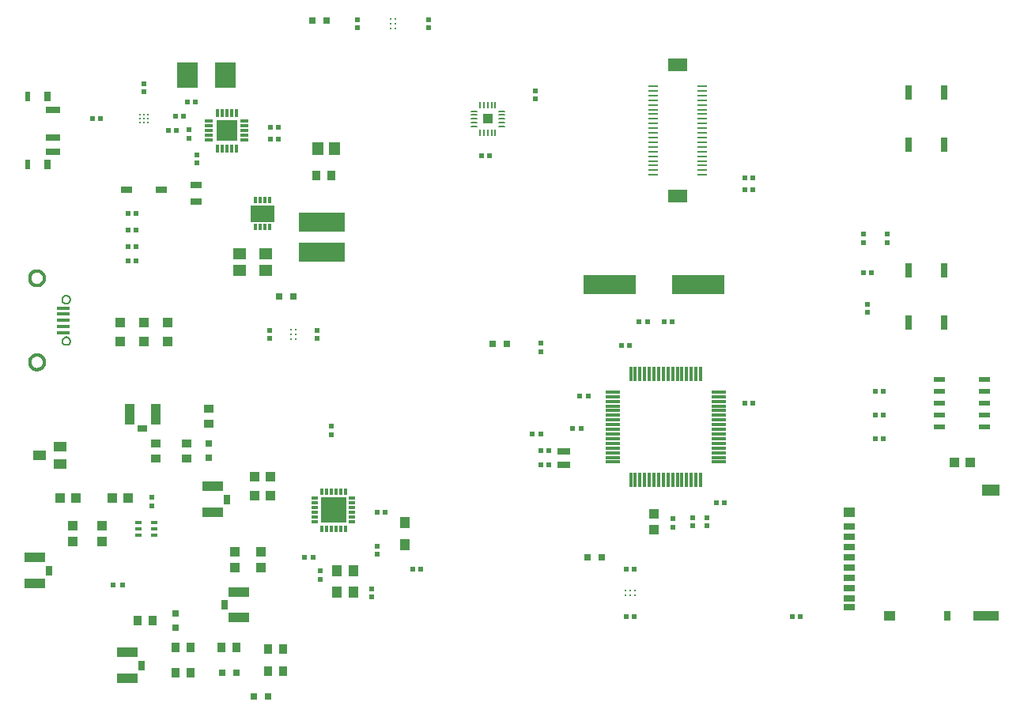
<source format=gbr>
G04 EAGLE Gerber RS-274X export*
G75*
%MOMM*%
%FSLAX34Y34*%
%LPD*%
%INSolderpaste Top*%
%IPPOS*%
%AMOC8*
5,1,8,0,0,1.08239X$1,22.5*%
G01*
%ADD10R,1.500000X0.300000*%
%ADD11R,0.300000X1.500000*%
%ADD12C,0.325000*%
%ADD13C,0.200000*%
%ADD14R,1.350000X0.400000*%
%ADD15R,1.000000X1.000000*%
%ADD16R,2.286000X2.794000*%
%ADD17R,1.200000X0.700000*%
%ADD18R,1.200000X0.800000*%
%ADD19R,0.812800X0.304800*%
%ADD20R,0.304800X0.812800*%
%ADD21R,2.200000X2.200000*%
%ADD22R,0.500000X0.500000*%
%ADD23R,0.620000X0.620000*%
%ADD24R,1.200000X1.000000*%
%ADD25R,0.800000X1.000000*%
%ADD26R,2.800000X1.000000*%
%ADD27R,1.900000X1.300000*%
%ADD28R,0.762000X1.524000*%
%ADD29R,2.700000X2.700000*%
%ADD30R,0.300000X0.800000*%
%ADD31R,0.800000X0.300000*%
%ADD32R,0.700000X0.400000*%
%ADD33R,2.200000X1.050000*%
%ADD34R,1.400000X1.000000*%
%ADD35R,5.600000X2.100000*%
%ADD36R,1.270000X0.508000*%
%ADD37R,1.000000X1.100000*%
%ADD38C,0.240031*%
%ADD39C,0.254000*%
%ADD40R,1.100000X1.000000*%
%ADD41R,0.800000X0.800000*%
%ADD42R,1.140000X1.140000*%
%ADD43R,1.000000X0.250000*%
%ADD44R,2.100000X1.400000*%
%ADD45R,1.100000X1.300000*%
%ADD46R,1.400000X0.750000*%
%ADD47R,1.050000X2.200000*%
%ADD48R,1.000000X0.800000*%
%ADD49R,1.500000X0.700000*%
%ADD50R,0.600000X1.000000*%
%ADD51R,1.150000X1.450000*%
%ADD52R,0.950000X1.000000*%
%ADD53R,0.304800X0.787400*%
%ADD54R,5.000000X2.100000*%
%ADD55R,1.450000X1.150000*%
%ADD56R,1.000000X1.150000*%
%ADD57R,1.000000X0.950000*%

G36*
X279148Y524512D02*
X279148Y524512D01*
X279150Y524511D01*
X279193Y524531D01*
X279237Y524549D01*
X279237Y524551D01*
X279239Y524552D01*
X279272Y524637D01*
X279272Y542163D01*
X279271Y542165D01*
X279272Y542167D01*
X279252Y542210D01*
X279234Y542254D01*
X279232Y542254D01*
X279231Y542256D01*
X279146Y542289D01*
X254254Y542289D01*
X254252Y542288D01*
X254250Y542289D01*
X254207Y542269D01*
X254163Y542251D01*
X254163Y542249D01*
X254161Y542248D01*
X254128Y542163D01*
X254128Y524637D01*
X254129Y524635D01*
X254128Y524633D01*
X254148Y524590D01*
X254166Y524546D01*
X254168Y524546D01*
X254169Y524544D01*
X254254Y524511D01*
X279146Y524511D01*
X279148Y524512D01*
G37*
D10*
X641500Y342300D03*
X641500Y337300D03*
X641500Y332300D03*
X641500Y327300D03*
X641500Y322300D03*
X641500Y317300D03*
X641500Y312300D03*
X641500Y307300D03*
X641500Y302300D03*
X641500Y297300D03*
X641500Y292300D03*
X641500Y287300D03*
X641500Y282300D03*
X641500Y277300D03*
X641500Y272300D03*
X641500Y267300D03*
D11*
X661000Y247800D03*
X666000Y247800D03*
X671000Y247800D03*
X676000Y247800D03*
X681000Y247800D03*
X686000Y247800D03*
X691000Y247800D03*
X696000Y247800D03*
X701000Y247800D03*
X706000Y247800D03*
X711000Y247800D03*
X716000Y247800D03*
X721000Y247800D03*
X726000Y247800D03*
X731000Y247800D03*
X736000Y247800D03*
D10*
X755500Y267300D03*
X755500Y272300D03*
X755500Y277300D03*
X755500Y282300D03*
X755500Y287300D03*
X755500Y292300D03*
X755500Y297300D03*
X755500Y302300D03*
X755500Y307300D03*
X755500Y312300D03*
X755500Y317300D03*
X755500Y322300D03*
X755500Y327300D03*
X755500Y332300D03*
X755500Y337300D03*
X755500Y342300D03*
D11*
X736000Y361800D03*
X731000Y361800D03*
X726000Y361800D03*
X721000Y361800D03*
X716000Y361800D03*
X711000Y361800D03*
X706000Y361800D03*
X701000Y361800D03*
X696000Y361800D03*
X691000Y361800D03*
X686000Y361800D03*
X681000Y361800D03*
X676000Y361800D03*
X671000Y361800D03*
X666000Y361800D03*
X661000Y361800D03*
D12*
X17525Y464100D02*
X17527Y464293D01*
X17534Y464486D01*
X17546Y464679D01*
X17563Y464872D01*
X17584Y465064D01*
X17610Y465256D01*
X17641Y465446D01*
X17676Y465636D01*
X17716Y465825D01*
X17761Y466013D01*
X17810Y466200D01*
X17864Y466386D01*
X17922Y466570D01*
X17985Y466753D01*
X18053Y466934D01*
X18124Y467114D01*
X18201Y467291D01*
X18281Y467467D01*
X18366Y467641D01*
X18455Y467812D01*
X18548Y467982D01*
X18645Y468149D01*
X18747Y468313D01*
X18852Y468475D01*
X18962Y468634D01*
X19075Y468791D01*
X19192Y468945D01*
X19313Y469096D01*
X19437Y469244D01*
X19565Y469389D01*
X19697Y469530D01*
X19832Y469668D01*
X19970Y469803D01*
X20111Y469935D01*
X20256Y470063D01*
X20404Y470187D01*
X20555Y470308D01*
X20709Y470425D01*
X20866Y470538D01*
X21025Y470648D01*
X21187Y470753D01*
X21351Y470855D01*
X21518Y470952D01*
X21688Y471045D01*
X21859Y471134D01*
X22033Y471219D01*
X22209Y471299D01*
X22386Y471376D01*
X22566Y471447D01*
X22747Y471515D01*
X22930Y471578D01*
X23114Y471636D01*
X23300Y471690D01*
X23487Y471739D01*
X23675Y471784D01*
X23864Y471824D01*
X24054Y471859D01*
X24244Y471890D01*
X24436Y471916D01*
X24628Y471937D01*
X24821Y471954D01*
X25014Y471966D01*
X25207Y471973D01*
X25400Y471975D01*
X25593Y471973D01*
X25786Y471966D01*
X25979Y471954D01*
X26172Y471937D01*
X26364Y471916D01*
X26556Y471890D01*
X26746Y471859D01*
X26936Y471824D01*
X27125Y471784D01*
X27313Y471739D01*
X27500Y471690D01*
X27686Y471636D01*
X27870Y471578D01*
X28053Y471515D01*
X28234Y471447D01*
X28414Y471376D01*
X28591Y471299D01*
X28767Y471219D01*
X28941Y471134D01*
X29112Y471045D01*
X29282Y470952D01*
X29449Y470855D01*
X29613Y470753D01*
X29775Y470648D01*
X29934Y470538D01*
X30091Y470425D01*
X30245Y470308D01*
X30396Y470187D01*
X30544Y470063D01*
X30689Y469935D01*
X30830Y469803D01*
X30968Y469668D01*
X31103Y469530D01*
X31235Y469389D01*
X31363Y469244D01*
X31487Y469096D01*
X31608Y468945D01*
X31725Y468791D01*
X31838Y468634D01*
X31948Y468475D01*
X32053Y468313D01*
X32155Y468149D01*
X32252Y467982D01*
X32345Y467812D01*
X32434Y467641D01*
X32519Y467467D01*
X32599Y467291D01*
X32676Y467114D01*
X32747Y466934D01*
X32815Y466753D01*
X32878Y466570D01*
X32936Y466386D01*
X32990Y466200D01*
X33039Y466013D01*
X33084Y465825D01*
X33124Y465636D01*
X33159Y465446D01*
X33190Y465256D01*
X33216Y465064D01*
X33237Y464872D01*
X33254Y464679D01*
X33266Y464486D01*
X33273Y464293D01*
X33275Y464100D01*
X33273Y463907D01*
X33266Y463714D01*
X33254Y463521D01*
X33237Y463328D01*
X33216Y463136D01*
X33190Y462944D01*
X33159Y462754D01*
X33124Y462564D01*
X33084Y462375D01*
X33039Y462187D01*
X32990Y462000D01*
X32936Y461814D01*
X32878Y461630D01*
X32815Y461447D01*
X32747Y461266D01*
X32676Y461086D01*
X32599Y460909D01*
X32519Y460733D01*
X32434Y460559D01*
X32345Y460388D01*
X32252Y460218D01*
X32155Y460051D01*
X32053Y459887D01*
X31948Y459725D01*
X31838Y459566D01*
X31725Y459409D01*
X31608Y459255D01*
X31487Y459104D01*
X31363Y458956D01*
X31235Y458811D01*
X31103Y458670D01*
X30968Y458532D01*
X30830Y458397D01*
X30689Y458265D01*
X30544Y458137D01*
X30396Y458013D01*
X30245Y457892D01*
X30091Y457775D01*
X29934Y457662D01*
X29775Y457552D01*
X29613Y457447D01*
X29449Y457345D01*
X29282Y457248D01*
X29112Y457155D01*
X28941Y457066D01*
X28767Y456981D01*
X28591Y456901D01*
X28414Y456824D01*
X28234Y456753D01*
X28053Y456685D01*
X27870Y456622D01*
X27686Y456564D01*
X27500Y456510D01*
X27313Y456461D01*
X27125Y456416D01*
X26936Y456376D01*
X26746Y456341D01*
X26556Y456310D01*
X26364Y456284D01*
X26172Y456263D01*
X25979Y456246D01*
X25786Y456234D01*
X25593Y456227D01*
X25400Y456225D01*
X25207Y456227D01*
X25014Y456234D01*
X24821Y456246D01*
X24628Y456263D01*
X24436Y456284D01*
X24244Y456310D01*
X24054Y456341D01*
X23864Y456376D01*
X23675Y456416D01*
X23487Y456461D01*
X23300Y456510D01*
X23114Y456564D01*
X22930Y456622D01*
X22747Y456685D01*
X22566Y456753D01*
X22386Y456824D01*
X22209Y456901D01*
X22033Y456981D01*
X21859Y457066D01*
X21688Y457155D01*
X21518Y457248D01*
X21351Y457345D01*
X21187Y457447D01*
X21025Y457552D01*
X20866Y457662D01*
X20709Y457775D01*
X20555Y457892D01*
X20404Y458013D01*
X20256Y458137D01*
X20111Y458265D01*
X19970Y458397D01*
X19832Y458532D01*
X19697Y458670D01*
X19565Y458811D01*
X19437Y458956D01*
X19313Y459104D01*
X19192Y459255D01*
X19075Y459409D01*
X18962Y459566D01*
X18852Y459725D01*
X18747Y459887D01*
X18645Y460051D01*
X18548Y460218D01*
X18455Y460388D01*
X18366Y460559D01*
X18281Y460733D01*
X18201Y460909D01*
X18124Y461086D01*
X18053Y461266D01*
X17985Y461447D01*
X17922Y461630D01*
X17864Y461814D01*
X17810Y462000D01*
X17761Y462187D01*
X17716Y462375D01*
X17676Y462564D01*
X17641Y462754D01*
X17610Y462944D01*
X17584Y463136D01*
X17563Y463328D01*
X17546Y463521D01*
X17534Y463714D01*
X17527Y463907D01*
X17525Y464100D01*
X17525Y374100D02*
X17527Y374293D01*
X17534Y374486D01*
X17546Y374679D01*
X17563Y374872D01*
X17584Y375064D01*
X17610Y375256D01*
X17641Y375446D01*
X17676Y375636D01*
X17716Y375825D01*
X17761Y376013D01*
X17810Y376200D01*
X17864Y376386D01*
X17922Y376570D01*
X17985Y376753D01*
X18053Y376934D01*
X18124Y377114D01*
X18201Y377291D01*
X18281Y377467D01*
X18366Y377641D01*
X18455Y377812D01*
X18548Y377982D01*
X18645Y378149D01*
X18747Y378313D01*
X18852Y378475D01*
X18962Y378634D01*
X19075Y378791D01*
X19192Y378945D01*
X19313Y379096D01*
X19437Y379244D01*
X19565Y379389D01*
X19697Y379530D01*
X19832Y379668D01*
X19970Y379803D01*
X20111Y379935D01*
X20256Y380063D01*
X20404Y380187D01*
X20555Y380308D01*
X20709Y380425D01*
X20866Y380538D01*
X21025Y380648D01*
X21187Y380753D01*
X21351Y380855D01*
X21518Y380952D01*
X21688Y381045D01*
X21859Y381134D01*
X22033Y381219D01*
X22209Y381299D01*
X22386Y381376D01*
X22566Y381447D01*
X22747Y381515D01*
X22930Y381578D01*
X23114Y381636D01*
X23300Y381690D01*
X23487Y381739D01*
X23675Y381784D01*
X23864Y381824D01*
X24054Y381859D01*
X24244Y381890D01*
X24436Y381916D01*
X24628Y381937D01*
X24821Y381954D01*
X25014Y381966D01*
X25207Y381973D01*
X25400Y381975D01*
X25593Y381973D01*
X25786Y381966D01*
X25979Y381954D01*
X26172Y381937D01*
X26364Y381916D01*
X26556Y381890D01*
X26746Y381859D01*
X26936Y381824D01*
X27125Y381784D01*
X27313Y381739D01*
X27500Y381690D01*
X27686Y381636D01*
X27870Y381578D01*
X28053Y381515D01*
X28234Y381447D01*
X28414Y381376D01*
X28591Y381299D01*
X28767Y381219D01*
X28941Y381134D01*
X29112Y381045D01*
X29282Y380952D01*
X29449Y380855D01*
X29613Y380753D01*
X29775Y380648D01*
X29934Y380538D01*
X30091Y380425D01*
X30245Y380308D01*
X30396Y380187D01*
X30544Y380063D01*
X30689Y379935D01*
X30830Y379803D01*
X30968Y379668D01*
X31103Y379530D01*
X31235Y379389D01*
X31363Y379244D01*
X31487Y379096D01*
X31608Y378945D01*
X31725Y378791D01*
X31838Y378634D01*
X31948Y378475D01*
X32053Y378313D01*
X32155Y378149D01*
X32252Y377982D01*
X32345Y377812D01*
X32434Y377641D01*
X32519Y377467D01*
X32599Y377291D01*
X32676Y377114D01*
X32747Y376934D01*
X32815Y376753D01*
X32878Y376570D01*
X32936Y376386D01*
X32990Y376200D01*
X33039Y376013D01*
X33084Y375825D01*
X33124Y375636D01*
X33159Y375446D01*
X33190Y375256D01*
X33216Y375064D01*
X33237Y374872D01*
X33254Y374679D01*
X33266Y374486D01*
X33273Y374293D01*
X33275Y374100D01*
X33273Y373907D01*
X33266Y373714D01*
X33254Y373521D01*
X33237Y373328D01*
X33216Y373136D01*
X33190Y372944D01*
X33159Y372754D01*
X33124Y372564D01*
X33084Y372375D01*
X33039Y372187D01*
X32990Y372000D01*
X32936Y371814D01*
X32878Y371630D01*
X32815Y371447D01*
X32747Y371266D01*
X32676Y371086D01*
X32599Y370909D01*
X32519Y370733D01*
X32434Y370559D01*
X32345Y370388D01*
X32252Y370218D01*
X32155Y370051D01*
X32053Y369887D01*
X31948Y369725D01*
X31838Y369566D01*
X31725Y369409D01*
X31608Y369255D01*
X31487Y369104D01*
X31363Y368956D01*
X31235Y368811D01*
X31103Y368670D01*
X30968Y368532D01*
X30830Y368397D01*
X30689Y368265D01*
X30544Y368137D01*
X30396Y368013D01*
X30245Y367892D01*
X30091Y367775D01*
X29934Y367662D01*
X29775Y367552D01*
X29613Y367447D01*
X29449Y367345D01*
X29282Y367248D01*
X29112Y367155D01*
X28941Y367066D01*
X28767Y366981D01*
X28591Y366901D01*
X28414Y366824D01*
X28234Y366753D01*
X28053Y366685D01*
X27870Y366622D01*
X27686Y366564D01*
X27500Y366510D01*
X27313Y366461D01*
X27125Y366416D01*
X26936Y366376D01*
X26746Y366341D01*
X26556Y366310D01*
X26364Y366284D01*
X26172Y366263D01*
X25979Y366246D01*
X25786Y366234D01*
X25593Y366227D01*
X25400Y366225D01*
X25207Y366227D01*
X25014Y366234D01*
X24821Y366246D01*
X24628Y366263D01*
X24436Y366284D01*
X24244Y366310D01*
X24054Y366341D01*
X23864Y366376D01*
X23675Y366416D01*
X23487Y366461D01*
X23300Y366510D01*
X23114Y366564D01*
X22930Y366622D01*
X22747Y366685D01*
X22566Y366753D01*
X22386Y366824D01*
X22209Y366901D01*
X22033Y366981D01*
X21859Y367066D01*
X21688Y367155D01*
X21518Y367248D01*
X21351Y367345D01*
X21187Y367447D01*
X21025Y367552D01*
X20866Y367662D01*
X20709Y367775D01*
X20555Y367892D01*
X20404Y368013D01*
X20256Y368137D01*
X20111Y368265D01*
X19970Y368397D01*
X19832Y368532D01*
X19697Y368670D01*
X19565Y368811D01*
X19437Y368956D01*
X19313Y369104D01*
X19192Y369255D01*
X19075Y369409D01*
X18962Y369566D01*
X18852Y369725D01*
X18747Y369887D01*
X18645Y370051D01*
X18548Y370218D01*
X18455Y370388D01*
X18366Y370559D01*
X18281Y370733D01*
X18201Y370909D01*
X18124Y371086D01*
X18053Y371266D01*
X17985Y371447D01*
X17922Y371630D01*
X17864Y371814D01*
X17810Y372000D01*
X17761Y372187D01*
X17716Y372375D01*
X17676Y372564D01*
X17641Y372754D01*
X17610Y372944D01*
X17584Y373136D01*
X17563Y373328D01*
X17546Y373521D01*
X17534Y373714D01*
X17527Y373907D01*
X17525Y374100D01*
D13*
X52400Y441350D02*
X52402Y441480D01*
X52408Y441610D01*
X52418Y441740D01*
X52432Y441870D01*
X52450Y441999D01*
X52472Y442127D01*
X52497Y442255D01*
X52527Y442382D01*
X52561Y442508D01*
X52598Y442632D01*
X52639Y442756D01*
X52684Y442878D01*
X52733Y442999D01*
X52785Y443118D01*
X52841Y443236D01*
X52901Y443352D01*
X52964Y443466D01*
X53031Y443578D01*
X53101Y443687D01*
X53174Y443795D01*
X53250Y443900D01*
X53330Y444003D01*
X53413Y444104D01*
X53499Y444202D01*
X53588Y444297D01*
X53680Y444390D01*
X53774Y444479D01*
X53871Y444566D01*
X53971Y444649D01*
X54074Y444730D01*
X54178Y444807D01*
X54285Y444881D01*
X54395Y444952D01*
X54506Y445020D01*
X54620Y445084D01*
X54735Y445144D01*
X54852Y445201D01*
X54971Y445254D01*
X55092Y445304D01*
X55213Y445350D01*
X55337Y445392D01*
X55461Y445430D01*
X55587Y445465D01*
X55713Y445496D01*
X55841Y445522D01*
X55969Y445545D01*
X56098Y445564D01*
X56227Y445579D01*
X56357Y445590D01*
X56487Y445597D01*
X56617Y445600D01*
X56748Y445599D01*
X56878Y445594D01*
X57008Y445585D01*
X57137Y445572D01*
X57267Y445555D01*
X57395Y445534D01*
X57523Y445509D01*
X57650Y445481D01*
X57776Y445448D01*
X57901Y445412D01*
X58025Y445371D01*
X58148Y445327D01*
X58269Y445280D01*
X58389Y445228D01*
X58507Y445173D01*
X58623Y445114D01*
X58737Y445052D01*
X58850Y444986D01*
X58960Y444917D01*
X59068Y444845D01*
X59174Y444769D01*
X59278Y444690D01*
X59379Y444608D01*
X59478Y444523D01*
X59574Y444435D01*
X59667Y444344D01*
X59757Y444250D01*
X59844Y444153D01*
X59929Y444054D01*
X60010Y443952D01*
X60088Y443848D01*
X60163Y443742D01*
X60235Y443633D01*
X60303Y443522D01*
X60368Y443409D01*
X60429Y443294D01*
X60487Y443177D01*
X60541Y443059D01*
X60592Y442939D01*
X60639Y442817D01*
X60682Y442694D01*
X60721Y442570D01*
X60757Y442445D01*
X60788Y442318D01*
X60816Y442191D01*
X60840Y442063D01*
X60860Y441934D01*
X60876Y441805D01*
X60888Y441675D01*
X60896Y441545D01*
X60900Y441415D01*
X60900Y441285D01*
X60896Y441155D01*
X60888Y441025D01*
X60876Y440895D01*
X60860Y440766D01*
X60840Y440637D01*
X60816Y440509D01*
X60788Y440382D01*
X60757Y440255D01*
X60721Y440130D01*
X60682Y440006D01*
X60639Y439883D01*
X60592Y439761D01*
X60541Y439641D01*
X60487Y439523D01*
X60429Y439406D01*
X60368Y439291D01*
X60303Y439178D01*
X60235Y439067D01*
X60163Y438958D01*
X60088Y438852D01*
X60010Y438748D01*
X59929Y438646D01*
X59844Y438547D01*
X59757Y438450D01*
X59667Y438356D01*
X59574Y438265D01*
X59478Y438177D01*
X59379Y438092D01*
X59278Y438010D01*
X59174Y437931D01*
X59068Y437855D01*
X58960Y437783D01*
X58850Y437714D01*
X58737Y437648D01*
X58623Y437586D01*
X58507Y437527D01*
X58389Y437472D01*
X58269Y437420D01*
X58148Y437373D01*
X58025Y437329D01*
X57901Y437288D01*
X57776Y437252D01*
X57650Y437219D01*
X57523Y437191D01*
X57395Y437166D01*
X57267Y437145D01*
X57137Y437128D01*
X57008Y437115D01*
X56878Y437106D01*
X56748Y437101D01*
X56617Y437100D01*
X56487Y437103D01*
X56357Y437110D01*
X56227Y437121D01*
X56098Y437136D01*
X55969Y437155D01*
X55841Y437178D01*
X55713Y437204D01*
X55587Y437235D01*
X55461Y437270D01*
X55337Y437308D01*
X55213Y437350D01*
X55092Y437396D01*
X54971Y437446D01*
X54852Y437499D01*
X54735Y437556D01*
X54620Y437616D01*
X54506Y437680D01*
X54395Y437748D01*
X54285Y437819D01*
X54178Y437893D01*
X54074Y437970D01*
X53971Y438051D01*
X53871Y438134D01*
X53774Y438221D01*
X53680Y438310D01*
X53588Y438403D01*
X53499Y438498D01*
X53413Y438596D01*
X53330Y438697D01*
X53250Y438800D01*
X53174Y438905D01*
X53101Y439013D01*
X53031Y439122D01*
X52964Y439234D01*
X52901Y439348D01*
X52841Y439464D01*
X52785Y439582D01*
X52733Y439701D01*
X52684Y439822D01*
X52639Y439944D01*
X52598Y440068D01*
X52561Y440192D01*
X52527Y440318D01*
X52497Y440445D01*
X52472Y440573D01*
X52450Y440701D01*
X52432Y440830D01*
X52418Y440960D01*
X52408Y441090D01*
X52402Y441220D01*
X52400Y441350D01*
X52400Y396850D02*
X52402Y396980D01*
X52408Y397110D01*
X52418Y397240D01*
X52432Y397370D01*
X52450Y397499D01*
X52472Y397627D01*
X52497Y397755D01*
X52527Y397882D01*
X52561Y398008D01*
X52598Y398132D01*
X52639Y398256D01*
X52684Y398378D01*
X52733Y398499D01*
X52785Y398618D01*
X52841Y398736D01*
X52901Y398852D01*
X52964Y398966D01*
X53031Y399078D01*
X53101Y399187D01*
X53174Y399295D01*
X53250Y399400D01*
X53330Y399503D01*
X53413Y399604D01*
X53499Y399702D01*
X53588Y399797D01*
X53680Y399890D01*
X53774Y399979D01*
X53871Y400066D01*
X53971Y400149D01*
X54074Y400230D01*
X54178Y400307D01*
X54285Y400381D01*
X54395Y400452D01*
X54506Y400520D01*
X54620Y400584D01*
X54735Y400644D01*
X54852Y400701D01*
X54971Y400754D01*
X55092Y400804D01*
X55213Y400850D01*
X55337Y400892D01*
X55461Y400930D01*
X55587Y400965D01*
X55713Y400996D01*
X55841Y401022D01*
X55969Y401045D01*
X56098Y401064D01*
X56227Y401079D01*
X56357Y401090D01*
X56487Y401097D01*
X56617Y401100D01*
X56748Y401099D01*
X56878Y401094D01*
X57008Y401085D01*
X57137Y401072D01*
X57267Y401055D01*
X57395Y401034D01*
X57523Y401009D01*
X57650Y400981D01*
X57776Y400948D01*
X57901Y400912D01*
X58025Y400871D01*
X58148Y400827D01*
X58269Y400780D01*
X58389Y400728D01*
X58507Y400673D01*
X58623Y400614D01*
X58737Y400552D01*
X58850Y400486D01*
X58960Y400417D01*
X59068Y400345D01*
X59174Y400269D01*
X59278Y400190D01*
X59379Y400108D01*
X59478Y400023D01*
X59574Y399935D01*
X59667Y399844D01*
X59757Y399750D01*
X59844Y399653D01*
X59929Y399554D01*
X60010Y399452D01*
X60088Y399348D01*
X60163Y399242D01*
X60235Y399133D01*
X60303Y399022D01*
X60368Y398909D01*
X60429Y398794D01*
X60487Y398677D01*
X60541Y398559D01*
X60592Y398439D01*
X60639Y398317D01*
X60682Y398194D01*
X60721Y398070D01*
X60757Y397945D01*
X60788Y397818D01*
X60816Y397691D01*
X60840Y397563D01*
X60860Y397434D01*
X60876Y397305D01*
X60888Y397175D01*
X60896Y397045D01*
X60900Y396915D01*
X60900Y396785D01*
X60896Y396655D01*
X60888Y396525D01*
X60876Y396395D01*
X60860Y396266D01*
X60840Y396137D01*
X60816Y396009D01*
X60788Y395882D01*
X60757Y395755D01*
X60721Y395630D01*
X60682Y395506D01*
X60639Y395383D01*
X60592Y395261D01*
X60541Y395141D01*
X60487Y395023D01*
X60429Y394906D01*
X60368Y394791D01*
X60303Y394678D01*
X60235Y394567D01*
X60163Y394458D01*
X60088Y394352D01*
X60010Y394248D01*
X59929Y394146D01*
X59844Y394047D01*
X59757Y393950D01*
X59667Y393856D01*
X59574Y393765D01*
X59478Y393677D01*
X59379Y393592D01*
X59278Y393510D01*
X59174Y393431D01*
X59068Y393355D01*
X58960Y393283D01*
X58850Y393214D01*
X58737Y393148D01*
X58623Y393086D01*
X58507Y393027D01*
X58389Y392972D01*
X58269Y392920D01*
X58148Y392873D01*
X58025Y392829D01*
X57901Y392788D01*
X57776Y392752D01*
X57650Y392719D01*
X57523Y392691D01*
X57395Y392666D01*
X57267Y392645D01*
X57137Y392628D01*
X57008Y392615D01*
X56878Y392606D01*
X56748Y392601D01*
X56617Y392600D01*
X56487Y392603D01*
X56357Y392610D01*
X56227Y392621D01*
X56098Y392636D01*
X55969Y392655D01*
X55841Y392678D01*
X55713Y392704D01*
X55587Y392735D01*
X55461Y392770D01*
X55337Y392808D01*
X55213Y392850D01*
X55092Y392896D01*
X54971Y392946D01*
X54852Y392999D01*
X54735Y393056D01*
X54620Y393116D01*
X54506Y393180D01*
X54395Y393248D01*
X54285Y393319D01*
X54178Y393393D01*
X54074Y393470D01*
X53971Y393551D01*
X53871Y393634D01*
X53774Y393721D01*
X53680Y393810D01*
X53588Y393903D01*
X53499Y393998D01*
X53413Y394096D01*
X53330Y394197D01*
X53250Y394300D01*
X53174Y394405D01*
X53101Y394513D01*
X53031Y394622D01*
X52964Y394734D01*
X52901Y394848D01*
X52841Y394964D01*
X52785Y395082D01*
X52733Y395201D01*
X52684Y395322D01*
X52639Y395444D01*
X52598Y395568D01*
X52561Y395692D01*
X52527Y395818D01*
X52497Y395945D01*
X52472Y396073D01*
X52450Y396201D01*
X52432Y396330D01*
X52418Y396460D01*
X52408Y396590D01*
X52402Y396720D01*
X52400Y396850D01*
D14*
X53400Y432100D03*
X53400Y425600D03*
X53400Y419100D03*
X53400Y412600D03*
X53400Y406100D03*
D15*
X114300Y416400D03*
X114300Y396400D03*
X165100Y416400D03*
X165100Y396400D03*
X139700Y416400D03*
X139700Y396400D03*
D16*
X227470Y681990D03*
X186550Y681990D03*
D17*
X158200Y558800D03*
X121200Y558800D03*
D18*
X195580Y545990D03*
X195580Y563990D03*
D19*
X209677Y632300D03*
X209677Y627300D03*
X209677Y622300D03*
X209677Y617300D03*
X209677Y612300D03*
D20*
X218600Y603377D03*
X223600Y603377D03*
X228600Y603377D03*
X233600Y603377D03*
X238600Y603377D03*
D19*
X247523Y612300D03*
X247523Y617300D03*
X247523Y622300D03*
X247523Y627300D03*
X247523Y632300D03*
D20*
X238600Y641223D03*
X233600Y641223D03*
X228600Y641223D03*
X223600Y641223D03*
X218600Y641223D03*
D21*
X228600Y622300D03*
D22*
X196850Y587320D03*
X196850Y596320D03*
X283900Y626110D03*
X274900Y626110D03*
X283900Y613410D03*
X274900Y613410D03*
X165680Y622300D03*
X174680Y622300D03*
X187960Y622990D03*
X187960Y613990D03*
D23*
X131500Y533400D03*
X122500Y533400D03*
X131500Y515620D03*
X122500Y515620D03*
X139700Y663520D03*
X139700Y672520D03*
X195000Y652780D03*
X186000Y652780D03*
X131500Y497840D03*
X122500Y497840D03*
D22*
X122500Y482600D03*
X131500Y482600D03*
D23*
X444500Y732100D03*
X444500Y741100D03*
X655900Y152400D03*
X664900Y152400D03*
X368300Y732100D03*
X368300Y741100D03*
X655900Y101600D03*
X664900Y101600D03*
X607750Y303530D03*
X598750Y303530D03*
D17*
X895350Y198370D03*
X895350Y187370D03*
X895350Y176370D03*
X895350Y165370D03*
X895350Y154370D03*
X895350Y143370D03*
X895350Y132370D03*
X895350Y121370D03*
X895350Y111870D03*
D24*
X895350Y213870D03*
X938350Y102370D03*
D25*
X1000350Y102370D03*
D26*
X1041850Y102370D03*
D27*
X1046350Y237370D03*
D22*
X842700Y101600D03*
X833700Y101600D03*
D28*
X996950Y662940D03*
X996950Y607060D03*
X958850Y662940D03*
X958850Y607060D03*
D29*
X342900Y215900D03*
D30*
X330400Y195900D03*
X335400Y195900D03*
X340400Y195900D03*
X345400Y195900D03*
X350400Y195900D03*
X355400Y195900D03*
X355400Y235900D03*
X350400Y235900D03*
X345400Y235900D03*
X340400Y235900D03*
X335400Y235900D03*
X330400Y235900D03*
D31*
X362900Y203400D03*
X362900Y208400D03*
X362900Y213400D03*
X362900Y218400D03*
X362900Y223400D03*
X362900Y228400D03*
X322900Y228400D03*
X322900Y223400D03*
X322900Y218400D03*
X322900Y213400D03*
X322900Y208400D03*
X322900Y203400D03*
D32*
X150740Y189080D03*
X150740Y195580D03*
X150740Y202080D03*
X133740Y202080D03*
X133740Y189080D03*
X133740Y195580D03*
D22*
X340360Y296490D03*
X340360Y305490D03*
D23*
X148590Y220290D03*
X148590Y229290D03*
D22*
X116760Y135890D03*
X106760Y135890D03*
D23*
X389200Y213360D03*
X398200Y213360D03*
D22*
X389890Y177220D03*
X389890Y168220D03*
D23*
X427300Y152400D03*
X436300Y152400D03*
X311730Y165100D03*
X320730Y165100D03*
D33*
X22860Y164880D03*
X22860Y137380D03*
D25*
X38110Y151130D03*
D34*
X28370Y274320D03*
X50370Y283820D03*
X50370Y264820D03*
D23*
X696540Y417830D03*
X705540Y417830D03*
X678870Y417830D03*
X669870Y417830D03*
D35*
X733300Y457200D03*
X638300Y457200D03*
D23*
X706120Y206430D03*
X706120Y197430D03*
X727710Y207700D03*
X727710Y198700D03*
X782900Y330200D03*
X791900Y330200D03*
D28*
X958850Y416560D03*
X958850Y472440D03*
X996950Y416560D03*
X996950Y472440D03*
D22*
X918900Y469900D03*
X909900Y469900D03*
X914400Y427300D03*
X914400Y436300D03*
X910590Y502230D03*
X910590Y511230D03*
D23*
X935990Y502230D03*
X935990Y511230D03*
D36*
X1040130Y304800D03*
X991870Y304800D03*
X1040130Y317500D03*
X991870Y317500D03*
X1040130Y330200D03*
X991870Y330200D03*
X1040130Y342900D03*
X991870Y342900D03*
X1040130Y355600D03*
X991870Y355600D03*
D22*
X922600Y292100D03*
X931600Y292100D03*
X922600Y317500D03*
X931600Y317500D03*
X922600Y342900D03*
X931600Y342900D03*
D23*
X565150Y394390D03*
X565150Y385390D03*
X752420Y223520D03*
X761420Y223520D03*
X659820Y392430D03*
X650820Y392430D03*
X615370Y337820D03*
X606370Y337820D03*
X742950Y207700D03*
X742950Y198700D03*
D22*
X555570Y297180D03*
X564570Y297180D03*
X782900Y571500D03*
X791900Y571500D03*
X782900Y558800D03*
X791900Y558800D03*
D37*
X685800Y211700D03*
X685800Y194700D03*
D38*
X135700Y631000D03*
X135700Y635000D03*
X135700Y639000D03*
X139700Y631000D03*
X139700Y635000D03*
X139700Y639000D03*
X143700Y631000D03*
X143700Y635000D03*
X143700Y639000D03*
D23*
X93400Y635000D03*
X84400Y635000D03*
X173300Y637540D03*
X182300Y637540D03*
D39*
X403900Y731600D03*
X408900Y731600D03*
X403900Y736600D03*
X408900Y736600D03*
X403900Y741600D03*
X408900Y741600D03*
X655400Y129500D03*
X655400Y124500D03*
X660400Y129500D03*
X660400Y124500D03*
X665400Y129500D03*
X665400Y124500D03*
D23*
X274320Y399360D03*
X274320Y408360D03*
X325120Y399360D03*
X325120Y408360D03*
D39*
X297220Y398860D03*
X302220Y398860D03*
X297220Y403860D03*
X302220Y403860D03*
X297220Y408860D03*
X302220Y408860D03*
D40*
X122800Y228600D03*
X105800Y228600D03*
D37*
X95250Y182000D03*
X95250Y199000D03*
D40*
X66920Y228600D03*
X49920Y228600D03*
D37*
X63500Y182000D03*
X63500Y199000D03*
D41*
X284600Y444500D03*
X299600Y444500D03*
X614800Y165100D03*
X629800Y165100D03*
X320160Y740410D03*
X335160Y740410D03*
X513200Y393700D03*
X528200Y393700D03*
D42*
X508000Y635000D03*
D13*
X516000Y647000D02*
X516000Y653000D01*
X512000Y653000D02*
X512000Y647000D01*
X508000Y647000D02*
X508000Y653000D01*
X504000Y653000D02*
X504000Y647000D01*
X500000Y647000D02*
X500000Y653000D01*
X496000Y643000D02*
X490000Y643000D01*
X490000Y639000D02*
X496000Y639000D01*
X496000Y635000D02*
X490000Y635000D01*
X490000Y631000D02*
X496000Y631000D01*
X496000Y627000D02*
X490000Y627000D01*
X500000Y623000D02*
X500000Y617000D01*
X504000Y617000D02*
X504000Y623000D01*
X508000Y623000D02*
X508000Y617000D01*
X512000Y617000D02*
X512000Y623000D01*
X516000Y623000D02*
X516000Y617000D01*
X520000Y627000D02*
X526000Y627000D01*
X526000Y631000D02*
X520000Y631000D01*
X520000Y635000D02*
X526000Y635000D01*
X526000Y639000D02*
X520000Y639000D01*
X520000Y643000D02*
X526000Y643000D01*
D22*
X500960Y595630D03*
X509960Y595630D03*
X558800Y664900D03*
X558800Y655900D03*
D43*
X684700Y669800D03*
X737700Y669800D03*
X684700Y664800D03*
X737700Y664800D03*
X684700Y659800D03*
X737700Y659800D03*
X684700Y654800D03*
X737700Y654800D03*
X684700Y649800D03*
X737700Y649800D03*
X684700Y644800D03*
X737700Y644800D03*
X684700Y639800D03*
X737700Y639800D03*
X684700Y634800D03*
X737700Y634800D03*
X684700Y629800D03*
X737700Y629800D03*
X684700Y624800D03*
X737700Y624800D03*
X684700Y619800D03*
X737700Y619800D03*
X684700Y614800D03*
X737700Y614800D03*
X684700Y609800D03*
X737700Y609800D03*
X684700Y604800D03*
X737700Y604800D03*
X684700Y599800D03*
X737700Y599800D03*
X684700Y594800D03*
X737700Y594800D03*
X684700Y589800D03*
X737700Y589800D03*
X684700Y584800D03*
X737700Y584800D03*
X684700Y579800D03*
X737700Y579800D03*
X684700Y574800D03*
X737700Y574800D03*
D44*
X711200Y692300D03*
X711200Y552300D03*
D45*
X346600Y151200D03*
X346600Y128200D03*
X364600Y128200D03*
X364600Y151200D03*
D23*
X328930Y150550D03*
X328930Y141550D03*
X383540Y122500D03*
X383540Y131500D03*
D46*
X589280Y279080D03*
X589280Y264480D03*
D23*
X573460Y279400D03*
X564460Y279400D03*
X573460Y264160D03*
X564460Y264160D03*
D33*
X121920Y63280D03*
X121920Y35780D03*
D25*
X137170Y49530D03*
D47*
X152180Y318770D03*
X124680Y318770D03*
D48*
X138430Y303520D03*
D49*
X42900Y599800D03*
X42900Y614800D03*
X42900Y644800D03*
D50*
X15400Y585800D03*
D25*
X36400Y585800D03*
D50*
X15400Y658800D03*
D25*
X36400Y658800D03*
D51*
X326280Y603250D03*
X344280Y603250D03*
D52*
X324740Y574040D03*
X340740Y574040D03*
D53*
X274200Y548005D03*
X269200Y548005D03*
X264200Y548005D03*
X259200Y548005D03*
X259200Y518795D03*
X264200Y518795D03*
X269200Y518795D03*
X274200Y518795D03*
D54*
X330200Y524000D03*
X330200Y492000D03*
D55*
X242570Y490330D03*
X242570Y472330D03*
X270510Y490330D03*
X270510Y472330D03*
D33*
X213360Y241080D03*
X213360Y213580D03*
D25*
X228610Y227330D03*
D33*
X241300Y100550D03*
X241300Y128050D03*
D25*
X226050Y114300D03*
D56*
X419100Y202250D03*
X419100Y178750D03*
D52*
X272670Y43180D03*
X288670Y43180D03*
X272670Y67310D03*
X288670Y67310D03*
D57*
X209550Y308230D03*
X209550Y324230D03*
D52*
X189610Y41910D03*
X173610Y41910D03*
X148970Y97790D03*
X132970Y97790D03*
X189610Y68580D03*
X173610Y68580D03*
X239140Y68580D03*
X223140Y68580D03*
D57*
X152400Y287400D03*
X152400Y271400D03*
X185420Y271400D03*
X185420Y287400D03*
D41*
X209550Y286900D03*
X209550Y271900D03*
X238640Y41910D03*
X223640Y41910D03*
X173990Y90290D03*
X173990Y105290D03*
X272930Y16510D03*
X257930Y16510D03*
D40*
X1024500Y266700D03*
X1007500Y266700D03*
X258200Y231140D03*
X275200Y231140D03*
X275200Y251460D03*
X258200Y251460D03*
D37*
X265430Y171060D03*
X265430Y154060D03*
X237490Y154060D03*
X237490Y171060D03*
M02*

</source>
